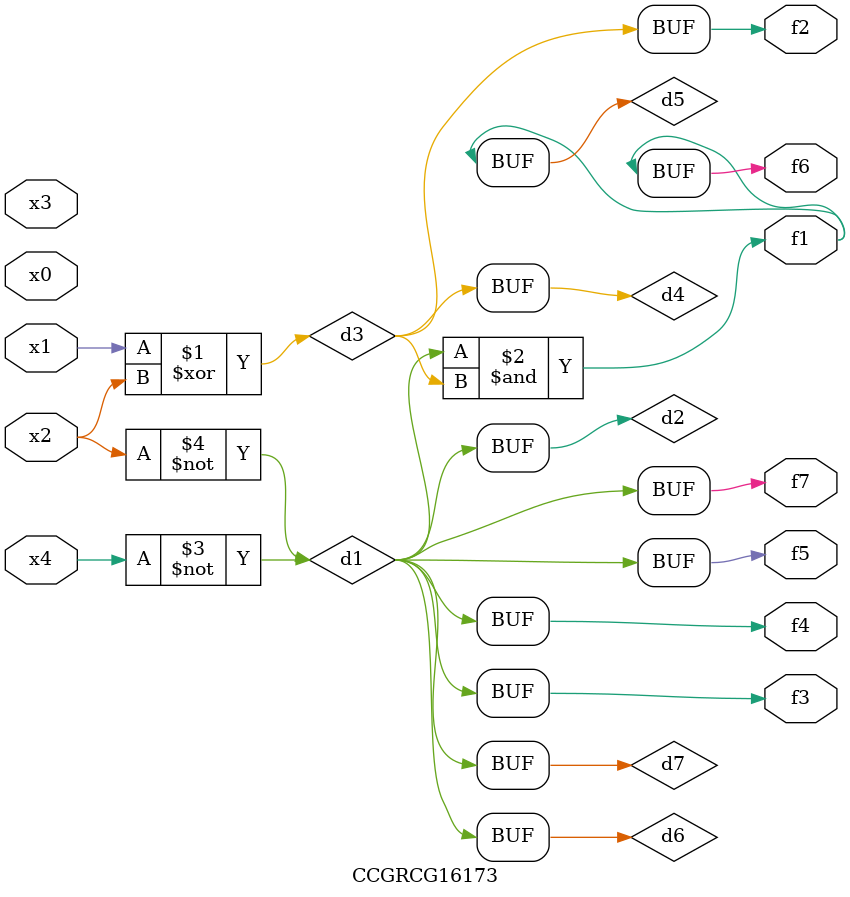
<source format=v>
module CCGRCG16173(
	input x0, x1, x2, x3, x4,
	output f1, f2, f3, f4, f5, f6, f7
);

	wire d1, d2, d3, d4, d5, d6, d7;

	not (d1, x4);
	not (d2, x2);
	xor (d3, x1, x2);
	buf (d4, d3);
	and (d5, d1, d3);
	buf (d6, d1, d2);
	buf (d7, d2);
	assign f1 = d5;
	assign f2 = d4;
	assign f3 = d7;
	assign f4 = d7;
	assign f5 = d7;
	assign f6 = d5;
	assign f7 = d7;
endmodule

</source>
